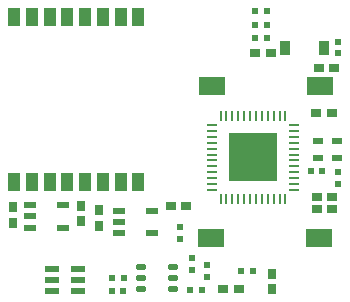
<source format=gtp>
G04*
G04 #@! TF.GenerationSoftware,Altium Limited,Altium Designer,18.0.9 (584)*
G04*
G04 Layer_Color=8421504*
%FSLAX25Y25*%
%MOIN*%
G70*
G01*
G75*
%ADD15R,0.01968X0.02362*%
%ADD16R,0.02362X0.01968*%
%ADD17R,0.03543X0.02756*%
%ADD18R,0.08622X0.06299*%
%ADD19R,0.03600X0.04800*%
%ADD20R,0.03543X0.02362*%
%ADD21R,0.02756X0.03543*%
%ADD22R,0.04800X0.02000*%
%ADD23O,0.03740X0.02165*%
%ADD24R,0.03937X0.02362*%
%ADD25R,0.03937X0.05906*%
%ADD26R,0.16142X0.16142*%
%ADD27R,0.03347X0.01102*%
%ADD28R,0.01102X0.03347*%
D15*
X185869Y110710D02*
D03*
X181931D02*
D03*
X186623Y192880D02*
D03*
X190560D02*
D03*
X190508Y197600D02*
D03*
X186572D02*
D03*
X205101Y144240D02*
D03*
X209038D02*
D03*
X165043Y104380D02*
D03*
X168980D02*
D03*
X186623Y188340D02*
D03*
X190560D02*
D03*
X138940Y108450D02*
D03*
X142877D02*
D03*
X138792Y104080D02*
D03*
X142728D02*
D03*
D16*
X170680Y108932D02*
D03*
Y112868D02*
D03*
X161470Y121492D02*
D03*
Y125428D02*
D03*
X214280Y187299D02*
D03*
Y183361D02*
D03*
X214200Y139962D02*
D03*
Y143898D02*
D03*
X165710Y111132D02*
D03*
Y115068D02*
D03*
D17*
X176071Y104760D02*
D03*
X181189D02*
D03*
X213020Y178600D02*
D03*
X207902D02*
D03*
X212159Y163470D02*
D03*
X207041D02*
D03*
X212400Y131570D02*
D03*
X207282D02*
D03*
X191819Y183420D02*
D03*
X186701D02*
D03*
X163550Y132420D02*
D03*
X158432D02*
D03*
X207211Y135350D02*
D03*
X212329D02*
D03*
D18*
X208230Y172620D02*
D03*
X172088D02*
D03*
X171919Y121990D02*
D03*
X208061D02*
D03*
D19*
X209550Y185210D02*
D03*
X196650D02*
D03*
D20*
X207700Y148544D02*
D03*
Y154056D02*
D03*
X213900Y148624D02*
D03*
Y154136D02*
D03*
D21*
X192330Y109899D02*
D03*
Y104781D02*
D03*
X128500Y132559D02*
D03*
Y127441D02*
D03*
X134440Y125941D02*
D03*
Y131059D02*
D03*
X106000Y132000D02*
D03*
Y126882D02*
D03*
D22*
X127560Y111540D02*
D03*
Y107840D02*
D03*
Y104140D02*
D03*
X118760D02*
D03*
Y107840D02*
D03*
Y111540D02*
D03*
D23*
X159253Y104800D02*
D03*
Y108540D02*
D03*
Y112280D02*
D03*
X148427Y104800D02*
D03*
Y108540D02*
D03*
Y112280D02*
D03*
D24*
X152163Y130830D02*
D03*
Y123350D02*
D03*
X141337D02*
D03*
Y127090D02*
D03*
Y130830D02*
D03*
X122413Y132740D02*
D03*
Y125260D02*
D03*
X111587D02*
D03*
Y129000D02*
D03*
Y132740D02*
D03*
D25*
X106331Y195559D02*
D03*
X112236D02*
D03*
X118142D02*
D03*
X124047D02*
D03*
X129953D02*
D03*
X135858D02*
D03*
X141764D02*
D03*
X147669D02*
D03*
Y140441D02*
D03*
X141764D02*
D03*
X135858D02*
D03*
X129953D02*
D03*
X124047D02*
D03*
X118142D02*
D03*
X112236D02*
D03*
X106331D02*
D03*
D26*
X185910Y148680D02*
D03*
D27*
X199591Y159507D02*
D03*
Y157538D02*
D03*
Y155570D02*
D03*
Y153601D02*
D03*
Y151633D02*
D03*
Y149664D02*
D03*
Y147696D02*
D03*
Y145727D02*
D03*
Y143759D02*
D03*
Y141790D02*
D03*
Y139822D02*
D03*
Y137853D02*
D03*
X172229D02*
D03*
Y139822D02*
D03*
Y141790D02*
D03*
Y143759D02*
D03*
Y145727D02*
D03*
Y147696D02*
D03*
Y149664D02*
D03*
Y151633D02*
D03*
Y153601D02*
D03*
Y155570D02*
D03*
Y157538D02*
D03*
Y159507D02*
D03*
D28*
X196737Y134999D02*
D03*
X194768D02*
D03*
X192800D02*
D03*
X190831D02*
D03*
X188863D02*
D03*
X186894D02*
D03*
X184926D02*
D03*
X182957D02*
D03*
X180989D02*
D03*
X179020D02*
D03*
X177052D02*
D03*
X175083D02*
D03*
Y162361D02*
D03*
X177052D02*
D03*
X179020D02*
D03*
X180989D02*
D03*
X182957D02*
D03*
X184926D02*
D03*
X186894D02*
D03*
X188863D02*
D03*
X190831D02*
D03*
X192800D02*
D03*
X194768D02*
D03*
X196737D02*
D03*
M02*

</source>
